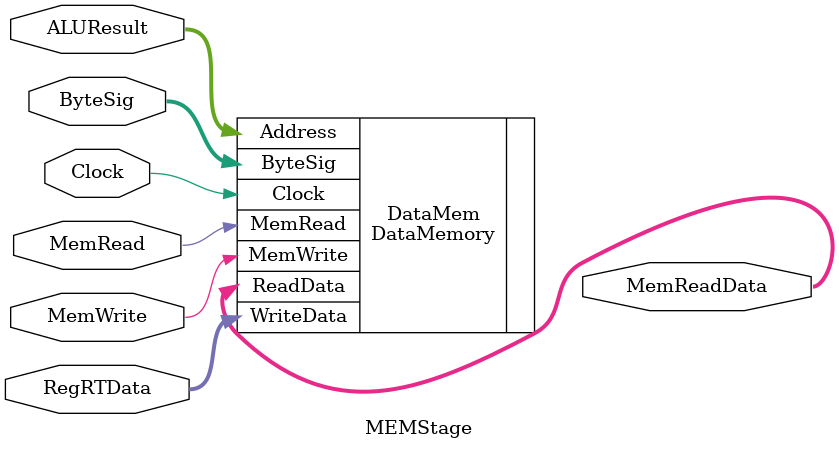
<source format=v>
`timescale 1ns / 1ps



module MEMStage(

    // --- Inputs ---
    Clock,               // System Inputs
    MemWrite, MemRead, ByteSig, // Control Signals
    ALUResult,                  // ALU Outputs 
    RegRTData,                  // Register Data
    
    // --- Outputs ---         
    MemReadData         // Memory Output     
    );             
          
    //--------------------------------
    // Inputs
    //--------------------------------
          
    // System Inputs
    input Clock;
          
    // Control Signals     
    input MemWrite, MemRead;
    input [1:0] ByteSig;
    
    // ALU Outputs
    input [31:0] ALUResult;
    
    // Memory Write Data
    input [31:0] RegRTData;
    
    //--------------------------------
    // Outputs
    //--------------------------------
    
    // Register Data
    output wire [31:0] MemReadData;

    //--------------------------------
    // Hardware Components
    //--------------------------------

    DataMemory      DataMem(.Address(ALUResult), 
                            .WriteData(RegRTData), 
                            .Clock(Clock), 
                            .MemWrite(MemWrite), 
                            .MemRead(MemRead), 
                            .ReadData(MemReadData),
                            .ByteSig(ByteSig));

endmodule

</source>
